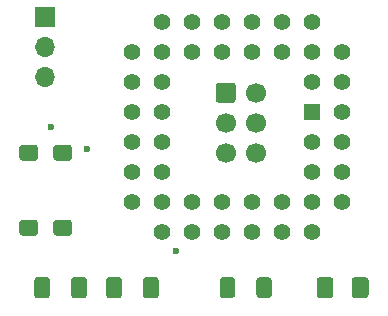
<source format=gts>
%TF.GenerationSoftware,KiCad,Pcbnew,5.1.9+dfsg1-1+deb11u1*%
%TF.CreationDate,2022-12-07T12:34:55+01:00*%
%TF.ProjectId,A600MPU-Adapter,41363030-4d50-4552-9d41-646170746572,2.0*%
%TF.SameCoordinates,Original*%
%TF.FileFunction,Soldermask,Top*%
%TF.FilePolarity,Negative*%
%FSLAX46Y46*%
G04 Gerber Fmt 4.6, Leading zero omitted, Abs format (unit mm)*
G04 Created by KiCad (PCBNEW 5.1.9+dfsg1-1+deb11u1) date 2022-12-07 12:34:55*
%MOMM*%
%LPD*%
G01*
G04 APERTURE LIST*
%ADD10O,1.700000X1.700000*%
%ADD11R,1.700000X1.700000*%
%ADD12C,1.700000*%
%ADD13R,1.422400X1.422400*%
%ADD14C,1.422400*%
%ADD15C,0.600000*%
G04 APERTURE END LIST*
D10*
%TO.C,P2*%
X146000000Y-100280000D03*
X146000000Y-97740000D03*
D11*
X146000000Y-95200000D03*
%TD*%
D12*
%TO.C,P1*%
X163840000Y-106680000D03*
X163840000Y-104140000D03*
X163840000Y-101600000D03*
X161300000Y-106680000D03*
X161300000Y-104140000D03*
G36*
G01*
X160450000Y-102200000D02*
X160450000Y-101000000D01*
G75*
G02*
X160700000Y-100750000I250000J0D01*
G01*
X161900000Y-100750000D01*
G75*
G02*
X162150000Y-101000000I0J-250000D01*
G01*
X162150000Y-102200000D01*
G75*
G02*
X161900000Y-102450000I-250000J0D01*
G01*
X160700000Y-102450000D01*
G75*
G02*
X160450000Y-102200000I0J250000D01*
G01*
G37*
%TD*%
%TO.C,D1*%
G36*
G01*
X171975000Y-118725000D02*
X171975000Y-117475000D01*
G75*
G02*
X172225000Y-117225000I250000J0D01*
G01*
X173150000Y-117225000D01*
G75*
G02*
X173400000Y-117475000I0J-250000D01*
G01*
X173400000Y-118725000D01*
G75*
G02*
X173150000Y-118975000I-250000J0D01*
G01*
X172225000Y-118975000D01*
G75*
G02*
X171975000Y-118725000I0J250000D01*
G01*
G37*
G36*
G01*
X169000000Y-118725000D02*
X169000000Y-117475000D01*
G75*
G02*
X169250000Y-117225000I250000J0D01*
G01*
X170175000Y-117225000D01*
G75*
G02*
X170425000Y-117475000I0J-250000D01*
G01*
X170425000Y-118725000D01*
G75*
G02*
X170175000Y-118975000I-250000J0D01*
G01*
X169250000Y-118975000D01*
G75*
G02*
X169000000Y-118725000I0J250000D01*
G01*
G37*
%TD*%
%TO.C,C1*%
G36*
G01*
X143825000Y-113455001D02*
X143825000Y-112604999D01*
G75*
G02*
X144074999Y-112355000I249999J0D01*
G01*
X145150001Y-112355000D01*
G75*
G02*
X145400000Y-112604999I0J-249999D01*
G01*
X145400000Y-113455001D01*
G75*
G02*
X145150001Y-113705000I-249999J0D01*
G01*
X144074999Y-113705000D01*
G75*
G02*
X143825000Y-113455001I0J249999D01*
G01*
G37*
G36*
G01*
X146700000Y-113455001D02*
X146700000Y-112604999D01*
G75*
G02*
X146949999Y-112355000I249999J0D01*
G01*
X148025001Y-112355000D01*
G75*
G02*
X148275000Y-112604999I0J-249999D01*
G01*
X148275000Y-113455001D01*
G75*
G02*
X148025001Y-113705000I-249999J0D01*
G01*
X146949999Y-113705000D01*
G75*
G02*
X146700000Y-113455001I0J249999D01*
G01*
G37*
%TD*%
%TO.C,C2*%
G36*
G01*
X149545000Y-117459998D02*
X149545000Y-118760002D01*
G75*
G02*
X149295002Y-119010000I-249998J0D01*
G01*
X148469998Y-119010000D01*
G75*
G02*
X148220000Y-118760002I0J249998D01*
G01*
X148220000Y-117459998D01*
G75*
G02*
X148469998Y-117210000I249998J0D01*
G01*
X149295002Y-117210000D01*
G75*
G02*
X149545000Y-117459998I0J-249998D01*
G01*
G37*
G36*
G01*
X146420000Y-117459998D02*
X146420000Y-118760002D01*
G75*
G02*
X146170002Y-119010000I-249998J0D01*
G01*
X145344998Y-119010000D01*
G75*
G02*
X145095000Y-118760002I0J249998D01*
G01*
X145095000Y-117459998D01*
G75*
G02*
X145344998Y-117210000I249998J0D01*
G01*
X146170002Y-117210000D01*
G75*
G02*
X146420000Y-117459998I0J-249998D01*
G01*
G37*
%TD*%
%TO.C,C3*%
G36*
G01*
X146700000Y-107105001D02*
X146700000Y-106254999D01*
G75*
G02*
X146949999Y-106005000I249999J0D01*
G01*
X148025001Y-106005000D01*
G75*
G02*
X148275000Y-106254999I0J-249999D01*
G01*
X148275000Y-107105001D01*
G75*
G02*
X148025001Y-107355000I-249999J0D01*
G01*
X146949999Y-107355000D01*
G75*
G02*
X146700000Y-107105001I0J249999D01*
G01*
G37*
G36*
G01*
X143825000Y-107105001D02*
X143825000Y-106254999D01*
G75*
G02*
X144074999Y-106005000I249999J0D01*
G01*
X145150001Y-106005000D01*
G75*
G02*
X145400000Y-106254999I0J-249999D01*
G01*
X145400000Y-107105001D01*
G75*
G02*
X145150001Y-107355000I-249999J0D01*
G01*
X144074999Y-107355000D01*
G75*
G02*
X143825000Y-107105001I0J249999D01*
G01*
G37*
%TD*%
%TO.C,R1*%
G36*
G01*
X165200000Y-117474999D02*
X165200000Y-118725001D01*
G75*
G02*
X164950001Y-118975000I-249999J0D01*
G01*
X164149999Y-118975000D01*
G75*
G02*
X163900000Y-118725001I0J249999D01*
G01*
X163900000Y-117474999D01*
G75*
G02*
X164149999Y-117225000I249999J0D01*
G01*
X164950001Y-117225000D01*
G75*
G02*
X165200000Y-117474999I0J-249999D01*
G01*
G37*
G36*
G01*
X162100000Y-117474999D02*
X162100000Y-118725001D01*
G75*
G02*
X161850001Y-118975000I-249999J0D01*
G01*
X161049999Y-118975000D01*
G75*
G02*
X160800000Y-118725001I0J249999D01*
G01*
X160800000Y-117474999D01*
G75*
G02*
X161049999Y-117225000I249999J0D01*
G01*
X161850001Y-117225000D01*
G75*
G02*
X162100000Y-117474999I0J-249999D01*
G01*
G37*
%TD*%
D13*
%TO.C,U1*%
X168600000Y-103200000D03*
D14*
X168600000Y-105740000D03*
X168600000Y-108280000D03*
X168600000Y-100660000D03*
X168600000Y-98120000D03*
X171140000Y-105740000D03*
X171140000Y-108280000D03*
X171140000Y-110820000D03*
X171140000Y-103200000D03*
X171140000Y-100660000D03*
X168600000Y-110820000D03*
X166060000Y-110820000D03*
X163520000Y-110820000D03*
X160980000Y-110820000D03*
X158440000Y-110820000D03*
X168600000Y-113360000D03*
X166060000Y-113360000D03*
X163520000Y-113360000D03*
X160980000Y-113360000D03*
X158440000Y-113360000D03*
X155900000Y-113360000D03*
X155900000Y-110820000D03*
X155900000Y-108280000D03*
X155900000Y-105740000D03*
X155900000Y-103200000D03*
X155900000Y-100660000D03*
X155900000Y-95580000D03*
X153360000Y-110820000D03*
X153360000Y-108280000D03*
X153360000Y-105740000D03*
X153360000Y-103200000D03*
X153360000Y-100660000D03*
X153360000Y-98120000D03*
X155900000Y-98120000D03*
X158440000Y-98120000D03*
X160980000Y-98120000D03*
X163520000Y-98120000D03*
X166060000Y-98120000D03*
X171140000Y-98120000D03*
X158440000Y-95580000D03*
X160980000Y-95580000D03*
X163520000Y-95580000D03*
X166060000Y-95580000D03*
X168600000Y-95580000D03*
%TD*%
%TO.C,C4*%
G36*
G01*
X151175000Y-118750002D02*
X151175000Y-117449998D01*
G75*
G02*
X151424998Y-117200000I249998J0D01*
G01*
X152250002Y-117200000D01*
G75*
G02*
X152500000Y-117449998I0J-249998D01*
G01*
X152500000Y-118750002D01*
G75*
G02*
X152250002Y-119000000I-249998J0D01*
G01*
X151424998Y-119000000D01*
G75*
G02*
X151175000Y-118750002I0J249998D01*
G01*
G37*
G36*
G01*
X154300000Y-118750002D02*
X154300000Y-117449998D01*
G75*
G02*
X154549998Y-117200000I249998J0D01*
G01*
X155375002Y-117200000D01*
G75*
G02*
X155625000Y-117449998I0J-249998D01*
G01*
X155625000Y-118750002D01*
G75*
G02*
X155375002Y-119000000I-249998J0D01*
G01*
X154549998Y-119000000D01*
G75*
G02*
X154300000Y-118750002I0J249998D01*
G01*
G37*
%TD*%
D15*
X157100000Y-115000000D03*
X146500000Y-104500000D03*
X149600000Y-106400000D03*
M02*

</source>
